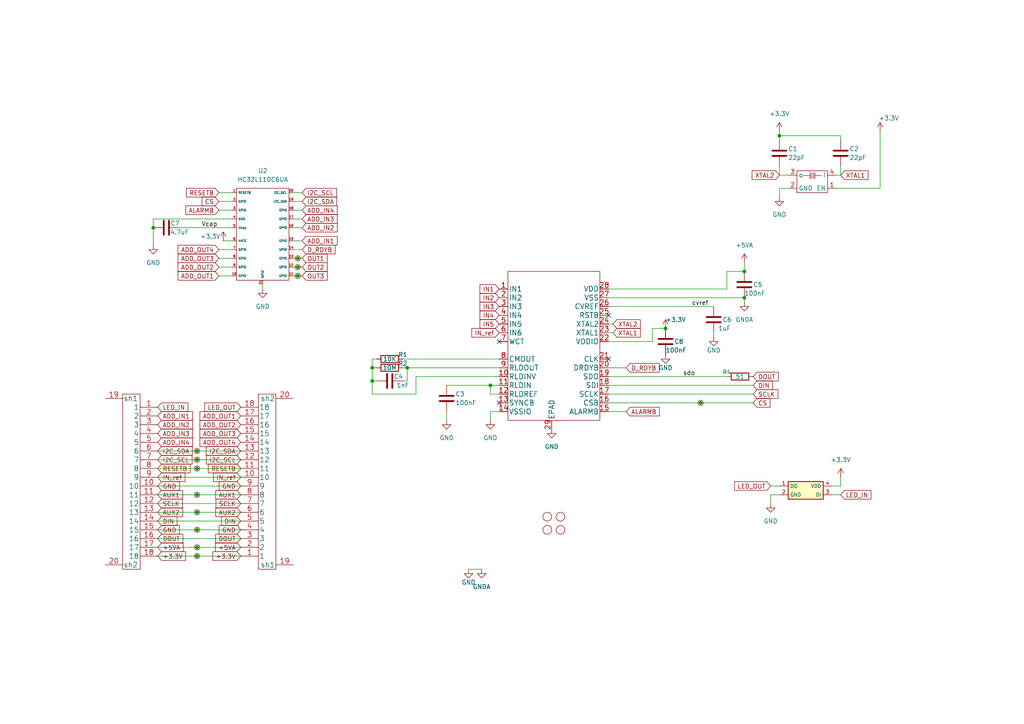
<source format=kicad_sch>
(kicad_sch (version 20211123) (generator eeschema)
  (paper "A4")
  (lib_symbols
    (symbol "Device:C" (pin_numbers hide) (pin_names (offset 0.254))
      (property "Reference" "C" (at 0.635 2.54 0))
      (property "Value" "C" (at 0.635 -2.54 0))
      (symbol "C_0_1"
        (polyline (pts (xy -2.032 -0.762) (xy 2.032 -0.762)) (stroke (width 0.508)))
        (polyline (pts (xy -2.032 0.762) (xy 2.032 0.762)) (stroke (width 0.508)))
      )
      (symbol "C_1_1"
        (pin passive line (at 0 3.81 270) (length 2.794) (name "~") (number "1"))
        (pin passive line (at 0 -3.81 90) (length 2.794) (name "~") (number "2"))
      )
    )
    (symbol "Device:R" (pin_numbers hide) (pin_names (offset 0))
      (property "Reference" "R" (at 2.032 0 90))
      (property "Value" "R" (at 0 0 90))
      (symbol "R_0_1"
        (rectangle (start -1.016 -2.54) (end 1.016 2.54) (stroke (width 0.254)))
      )
      (symbol "R_1_1"
        (pin passive line (at 0 3.81 270) (length 1.27) (name "~") (number "1"))
        (pin passive line (at 0 -3.81 90) (length 1.27) (name "~") (number "2"))
      )
    )
    (symbol "TestPoint_5" (pin_numbers hide) (pin_names (offset 0.762) hide)
      (property "Reference" "TP" (at 0 6.858 0))
      (property "Value" "TestPoint_5" (at 0 5.08 0))
      (symbol "TestPoint_5_0_1"
        (circle (center 0 0) (radius 0.762))
      )
      (symbol "TestPoint_5_1_1"
        (pin passive line (at 0 0 90) (length 0) (name "1") (number "1"))
      )
    )
    (symbol "TestPoint_7" (pin_numbers hide) (pin_names (offset 0.762) hide)
      (property "Reference" "TP" (at 0 6.858 0))
      (property "Value" "TestPoint_7" (at 0 5.08 0))
      (symbol "TestPoint_7_0_1"
        (circle (center 0 0) (radius 0.762))
      )
      (symbol "TestPoint_7_1_1"
        (pin passive line (at 0 0 90) (length 0) (name "1") (number "1"))
      )
    )
    (symbol "XF2J-1824-12A:XF2J-1824-12A" (pin_names (offset 0.254))
      (property "Reference" "J" (at 11.43 -24.13 0))
      (property "Value" "XF2J-1824-12A" (at 20.32 -26.67 0))
      (symbol "XF2J-1824-12A_0_1"
        (rectangle (start 5.08 3.81) (end 10.16 -46.99))
      )
      (symbol "XF2J-1824-12A_1_1"
        (pin unspecified line (at 0 0 0) (length 5.08) (name "1") (number "1"))
        (pin unspecified line (at 0 -22.86 0) (length 5.08) (name "10") (number "10"))
        (pin unspecified line (at 0 -25.4 0) (length 5.08) (name "11") (number "11"))
        (pin unspecified line (at 0 -27.94 0) (length 5.08) (name "12") (number "12"))
        (pin unspecified line (at 0 -30.48 0) (length 5.08) (name "13") (number "13"))
        (pin unspecified line (at 0 -33.02 0) (length 5.08) (name "14") (number "14"))
        (pin unspecified line (at 0 -35.56 0) (length 5.08) (name "15") (number "15"))
        (pin unspecified line (at 0 -38.1 0) (length 5.08) (name "16") (number "16"))
        (pin unspecified line (at 0 -40.64 0) (length 5.08) (name "17") (number "17"))
        (pin unspecified line (at 0 -43.18 0) (length 5.08) (name "18") (number "18"))
        (pin unspecified line (at 15.24 2.54 180) (length 5.08) (name "sh1") (number "19"))
        (pin unspecified line (at 0 -2.54 0) (length 5.08) (name "2") (number "2"))
        (pin unspecified line (at 15.24 -45.72 180) (length 5.08) (name "sh2") (number "20"))
        (pin unspecified line (at 0 -5.08 0) (length 5.08) (name "3") (number "3"))
        (pin unspecified line (at 0 -7.62 0) (length 5.08) (name "4") (number "4"))
        (pin unspecified line (at 0 -10.16 0) (length 5.08) (name "5") (number "5"))
        (pin unspecified line (at 0 -12.7 0) (length 5.08) (name "6") (number "6"))
        (pin unspecified line (at 0 -15.24 0) (length 5.08) (name "7") (number "7"))
        (pin unspecified line (at 0 -17.78 0) (length 5.08) (name "8") (number "8"))
        (pin unspecified line (at 0 -20.32 0) (length 5.08) (name "9") (number "9"))
      )
    )
    (symbol "XHSC:HC32L110C6UA"
      (property "Reference" "U" (at 0 3.81 0))
      (property "Value" "HC32L110C6UA" (at 0 1.27 0))
      (symbol "HC32L110C6UA_0_1"
        (rectangle (start 0 0) (end 15.24 -26.67))
      )
      (symbol "HC32L110C6UA_1_1"
        (pin input line (at -1.27 -1.27 0) (length 1.27) (name "P00") (number "1") (alternate "GPIO" input line) (alternate "RESETB" input line))
        (pin input line (at -1.27 -25.4 0) (length 1.27) (name "P23") (number "10") (alternate "GPIO" input line))
        (pin input line (at 16.51 -25.4 180) (length 1.27) (name "P24") (number "11") (alternate "GPIO" input line))
        (pin input line (at 16.51 -22.86 180) (length 1.27) (name "P25") (number "12") (alternate "GPIO" input line) (alternate "I2C_SDA" input line))
        (pin input line (at 16.51 -20.32 180) (length 1.27) (name "P26") (number "13") (alternate "GPIO" input line) (alternate "I2C_SCL" input line))
        (pin input line (at 16.51 -17.78 180) (length 1.27) (name "P27") (number "14") (alternate "GPIO" input line))
        (pin input line (at 16.51 -15.24 180) (length 1.27) (name "P31") (number "15") (alternate "GPIO" input line))
        (pin input line (at 16.51 -11.43 180) (length 1.27) (name "P32") (number "16") (alternate "GPIO" input line))
        (pin input line (at 16.51 -8.89 180) (length 1.27) (name "P33") (number "17") (alternate "GPIO" input line))
        (pin input line (at 16.51 -6.35 180) (length 1.27) (name "P34") (number "18") (alternate "GPIO" input line))
        (pin input line (at 16.51 -3.81 180) (length 1.27) (name "P35") (number "19") (alternate "GPIO" input line) (alternate "I2C_SDA" input line))
        (pin input line (at -1.27 -3.81 0) (length 1.27) (name "P01") (number "2") (alternate "GPIO" input line) (alternate "I2C_SDA" input line))
        (pin input line (at 16.51 -1.27 180) (length 1.27) (name "P36") (number "20") (alternate "GPIO" input line) (alternate "I2C_SCL" input line))
        (pin input line (at 7.62 -27.94 90) (length 1.27) (name "EPAD") (number "21") (alternate "GPIO" input line) (alternate "RESETB" input line))
        (pin input line (at -1.27 -6.35 0) (length 1.27) (name "P02") (number "3") (alternate "GPIO" input line) (alternate "I2C_SCL" input line))
        (pin power_in line (at -1.27 -8.89 0) (length 1.27) (name "AVSS") (number "4") (alternate "GND" power_in line))
        (pin input line (at -1.27 -11.43 0) (length 1.27) (name "Vcap") (number "5"))
        (pin power_in line (at -1.27 -15.24 0) (length 1.27) (name "AVCC") (number "6"))
        (pin input line (at -1.27 -17.78 0) (length 1.27) (name "P03") (number "7") (alternate "GPIO" input line))
        (pin input line (at -1.27 -20.32 0) (length 1.27) (name "P15") (number "8") (alternate "GPIO" input line) (alternate "I2C_SDA" input line))
        (pin input line (at -1.27 -22.86 0) (length 1.27) (name "P14") (number "9") (alternate "GPIO" input line) (alternate "I2C_SCL" input line))
      )
    )
    (symbol "ads1293:ADS1293CISQE-NOPB" (pin_names (offset 0.254))
      (property "Reference" "U" (at 5.08 1.27 0))
      (property "Value" "ADS1293CISQE-NOPB" (at 16.51 -1.27 0))
      (symbol "ADS1293CISQE-NOPB_0_1"
        (rectangle (start 2.54 0) (end 29.21 -43.18))
      )
      (symbol "ADS1293CISQE-NOPB_1_1"
        (pin input line (at 0 -5.08 0) (length 2.54) (name "IN1") (number "1"))
        (pin input line (at 0 -30.48 0) (length 2.54) (name "RLDINV") (number "10"))
        (pin bidirectional line (at 0 -33.02 0) (length 2.54) (name "RLDIN") (number "11"))
        (pin output line (at 0 -35.56 0) (length 2.54) (name "RLDREF") (number "12"))
        (pin bidirectional line (at 0 -38.1 0) (length 2.54) (name "SYNCB") (number "13"))
        (pin power_in line (at 0 -40.64 0) (length 2.54) (name "VSSIO") (number "14"))
        (pin output line (at 31.75 -40.64 180) (length 2.54) (name "ALARMB") (number "15"))
        (pin input line (at 31.75 -38.1 180) (length 2.54) (name "CSB") (number "16"))
        (pin input line (at 31.75 -35.56 180) (length 2.54) (name "SCLK") (number "17"))
        (pin input line (at 31.75 -33.02 180) (length 2.54) (name "SDI") (number "18"))
        (pin output line (at 31.75 -30.48 180) (length 2.54) (name "SDO") (number "19"))
        (pin input line (at 0 -7.62 0) (length 2.54) (name "IN2") (number "2"))
        (pin output line (at 31.75 -27.94 180) (length 2.54) (name "DRDYB") (number "20"))
        (pin bidirectional line (at 31.75 -25.4 180) (length 2.54) (name "CLK") (number "21"))
        (pin power_in line (at 31.75 -20.32 180) (length 2.54) (name "VDDIO") (number "22"))
        (pin input line (at 31.75 -17.78 180) (length 2.54) (name "XTAL1") (number "23"))
        (pin input line (at 31.75 -15.24 180) (length 2.54) (name "XTAL2") (number "24"))
        (pin input line (at 31.75 -12.7 180) (length 2.54) (name "RSTB") (number "25"))
        (pin bidirectional line (at 31.75 -10.16 180) (length 2.54) (name "CVREF") (number "26"))
        (pin power_in line (at 31.75 -7.62 180) (length 2.54) (name "VSS") (number "27"))
        (pin power_in line (at 31.75 -5.08 180) (length 2.54) (name "VDD") (number "28"))
        (pin unspecified line (at 15.24 -45.72 90) (length 2.54) (name "EPAD") (number "29"))
        (pin input line (at 0 -10.16 0) (length 2.54) (name "IN3") (number "3"))
        (pin input line (at 0 -12.7 0) (length 2.54) (name "IN4") (number "4"))
        (pin input line (at 0 -15.24 0) (length 2.54) (name "IN5") (number "5"))
        (pin input line (at 0 -17.78 0) (length 2.54) (name "IN6") (number "6"))
        (pin output line (at 0 -20.32 0) (length 2.54) (name "WCT") (number "7"))
        (pin output line (at 0 -25.4 0) (length 2.54) (name "CMOUT") (number "8"))
        (pin output line (at 0 -27.94 0) (length 2.54) (name "RLDOUT") (number "9"))
      )
    )
    (symbol "custom:TestPoint" (pin_numbers hide) (pin_names (offset 0.762) hide)
      (property "Reference" "TP" (at 0 6.858 0))
      (property "Value" "TestPoint" (at 0 5.08 0))
      (symbol "TestPoint_0_1"
        (circle (center 0 0) (radius 0.762))
      )
      (symbol "TestPoint_1_1"
        (pin passive line (at 0 0 90) (length 0) (name "1") (number "1"))
      )
    )
    (symbol "custom:WS2812-2020"
      (property "Reference" "U" (at 2.54 2.54 0))
      (property "Value" "WS2812-2020" (at 7.62 -5.08 0))
      (symbol "WS2812-2020_0_0"
        (rectangle (start 2.54 1.27) (end 12.7 -3.81) (stroke (width 0.254)) (fill (type background)))
      )
      (symbol "WS2812-2020_1_1"
        (pin input line (at 0 0 0) (length 2.54) (name "DO") (number "1"))
        (pin power_in line (at 0 -2.54 0) (length 2.54) (name "GND") (number "2"))
        (pin output line (at 15.24 -2.54 180) (length 2.54) (name "DI") (number "3"))
        (pin power_in line (at 15.24 0 180) (length 2.54) (name "VDD") (number "4"))
      )
    )
    (symbol "custom:XTAL"
      (property "Reference" "XTAL" (at 3.81 2.54 0))
      (symbol "XTAL_0_1"
        (polyline (pts (xy 4.318 -3.683) (xy 6.223 -3.683)))
        (polyline (pts (xy 6.223 -2.667) (xy 6.223 -4.699)))
        (polyline (pts (xy 7.62 -3.683) (xy 9.525 -3.683)))
        (polyline (pts (xy 7.62 -2.667) (xy 7.62 -4.699)))
        (polyline (pts (xy 6.604 -4.318) (xy 6.604 -3.048) (xy 7.239 -3.048) (xy 7.239 -4.318) (xy 6.604 -4.318)))
        (rectangle (start 2.54 1.27) (end 11.43 -5.08))
      )
      (symbol "XTAL_1_1"
        (pin input line (at 0 0 0) (length 2.54) (name "EN") (number "1"))
        (pin power_in line (at 13.97 0 180) (length 2.54) (name "GND") (number "2"))
        (pin output line (at 13.97 -3.81 180) (length 2.54) (name "o") (number "3"))
        (pin power_in line (at 0 -3.81 0) (length 2.54) (name "i") (number "4"))
      )
    )
    (symbol "custom:smd_insert" (pin_numbers hide) (pin_names (offset 0) hide)
      (symbol "smd_insert_0_1"
        (circle (center 0 0) (radius 1.27))
      )
      (symbol "smd_insert_1_1"
        (pin power_in line (at 0 0 180) (length 0) (name "conn") (number "1"))
      )
    )
    (symbol "power:+3.3V" (power) (pin_names (offset 0))
      (property "Value" "+3.3V" (at 0 3.556 0))
      (symbol "+3.3V_0_1"
        (polyline (pts (xy -0.762 1.27) (xy 0 2.54)))
        (polyline (pts (xy 0 0) (xy 0 2.54)))
        (polyline (pts (xy 0 2.54) (xy 0.762 1.27)))
      )
      (symbol "+3.3V_1_1"
        (pin power_in line (at 0 0 90) (length 0) hide (name "+3.3V") (number "1"))
      )
    )
    (symbol "power:+5VA" (power) (pin_names (offset 0))
      (property "Value" "+5VA" (at 0 3.556 0))
      (symbol "+5VA_0_1"
        (polyline (pts (xy -0.762 1.27) (xy 0 2.54)))
        (polyline (pts (xy 0 0) (xy 0 2.54)))
        (polyline (pts (xy 0 2.54) (xy 0.762 1.27)))
      )
      (symbol "+5VA_1_1"
        (pin power_in line (at 0 0 90) (length 0) hide (name "+5VA") (number "1"))
      )
    )
    (symbol "power:GND" (power) (pin_names (offset 0))
      (property "Value" "GND" (at 0 -3.81 0))
      (symbol "GND_0_1"
        (polyline (pts (xy 0 0) (xy 0 -1.27) (xy 1.27 -1.27) (xy 0 -2.54) (xy -1.27 -1.27) (xy 0 -1.27)))
      )
      (symbol "GND_1_1"
        (pin power_in line (at 0 0 270) (length 0) hide (name "GND") (number "1"))
      )
    )
    (symbol "power:GNDA" (power) (pin_names (offset 0))
      (property "Value" "GNDA" (at 0 -3.81 0))
      (symbol "GNDA_0_1"
        (polyline (pts (xy 0 0) (xy 0 -1.27) (xy 1.27 -1.27) (xy 0 -2.54) (xy -1.27 -1.27) (xy 0 -1.27)))
      )
      (symbol "GNDA_1_1"
        (pin power_in line (at 0 0 270) (length 0) hide (name "GNDA") (number "1"))
      )
    )
  )
  (junction (at 57.15 148.59))
  (junction (at 57.15 161.29))
  (junction (at 57.15 130.81))
  (junction (at 193.04 95.25))
  (junction (at 57.15 153.67))
  (junction (at 107.95 106.68))
  (junction (at 86.36 74.93))
  (junction (at 107.95 110.49))
  (junction (at 226.06 39.37))
  (junction (at 142.24 111.76))
  (junction (at 57.15 143.51))
  (junction (at 118.11 106.68))
  (junction (at 57.15 158.75))
  (junction (at 215.9 78.74))
  (junction (at 203.2 116.84))
  (junction (at 86.36 77.47))
  (junction (at 86.36 80.01))
  (junction (at 215.9 86.36))
  (junction (at 44.45 66.04))
  (junction (at 57.15 133.35))
  (junction (at 57.15 135.89))
  (no_connect (at 176.53 91.44))
  (no_connect (at 176.53 104.14))
  (no_connect (at 144.78 116.84))
  (no_connect (at 144.78 99.06))
  (wire (pts (xy 176.53 114.3) (xy 218.44 114.3)))
  (wire (pts (xy 116.84 110.49) (xy 118.11 110.49)))
  (wire (pts (xy 176.53 106.68) (xy 181.61 106.68)))
  (wire (pts (xy 241.3 140.97) (xy 243.84 140.97)))
  (wire (pts (xy 67.31 63.5) (xy 44.45 63.5)))
  (wire (pts (xy 207.01 96.52) (xy 207.01 97.79)))
  (wire (pts (xy 176.53 88.9) (xy 207.01 88.9)))
  (wire (pts (xy 243.84 143.51) (xy 241.3 143.51)))
  (wire (pts (xy 226.06 39.37) (xy 226.06 40.64)))
  (wire (pts (xy 226.06 50.8) (xy 228.6 50.8)))
  (wire (pts (xy 142.24 111.76) (xy 144.78 111.76)))
  (wire (pts (xy 116.84 106.68) (xy 118.11 106.68)))
  (wire (pts (xy 226.06 48.26) (xy 226.06 50.8)))
  (wire (pts (xy 109.22 104.14) (xy 107.95 104.14)))
  (wire (pts (xy 109.22 106.68) (xy 107.95 106.68)))
  (wire (pts (xy 45.72 158.75) (xy 57.15 158.75)))
  (wire (pts (xy 107.95 110.49) (xy 109.22 110.49)))
  (wire (pts (xy 86.36 80.01) (xy 85.09 80.01)))
  (wire (pts (xy 120.65 109.22) (xy 144.78 109.22)))
  (wire (pts (xy 176.53 99.06) (xy 189.23 99.06)))
  (wire (pts (xy 226.06 39.37) (xy 243.84 39.37)))
  (wire (pts (xy 116.84 104.14) (xy 144.78 104.14)))
  (wire (pts (xy 64.77 69.85) (xy 67.31 69.85)))
  (wire (pts (xy 87.63 58.42) (xy 85.09 58.42)))
  (wire (pts (xy 120.65 109.22) (xy 120.65 114.3)))
  (wire (pts (xy 203.2 116.84) (xy 218.44 116.84)))
  (wire (pts (xy 45.72 148.59) (xy 57.15 148.59)))
  (wire (pts (xy 45.72 135.89) (xy 57.15 135.89)))
  (wire (pts (xy 118.11 106.68) (xy 144.78 106.68)))
  (wire (pts (xy 142.24 119.38) (xy 142.24 121.92)))
  (wire (pts (xy 63.5 77.47) (xy 67.31 77.47)))
  (wire (pts (xy 144.78 119.38) (xy 142.24 119.38)))
  (wire (pts (xy 57.15 130.81) (xy 69.85 130.81)))
  (wire (pts (xy 45.72 138.43) (xy 69.85 138.43)))
  (wire (pts (xy 52.07 66.04) (xy 67.31 66.04)))
  (wire (pts (xy 45.72 151.13) (xy 69.85 151.13)))
  (wire (pts (xy 87.63 66.04) (xy 85.09 66.04)))
  (wire (pts (xy 242.57 50.8) (xy 243.84 50.8)))
  (wire (pts (xy 63.5 60.96) (xy 67.31 60.96)))
  (wire (pts (xy 228.6 54.61) (xy 226.06 54.61)))
  (wire (pts (xy 255.27 54.61) (xy 255.27 38.1)))
  (wire (pts (xy 87.63 80.01) (xy 86.36 80.01)))
  (wire (pts (xy 63.5 55.88) (xy 67.31 55.88)))
  (wire (pts (xy 45.72 130.81) (xy 57.15 130.81)))
  (wire (pts (xy 142.24 114.3) (xy 142.24 111.76)))
  (wire (pts (xy 87.63 60.96) (xy 85.09 60.96)))
  (wire (pts (xy 57.15 158.75) (xy 69.85 158.75)))
  (wire (pts (xy 135.89 165.1) (xy 139.7 165.1)))
  (wire (pts (xy 176.53 83.82) (xy 210.82 83.82)))
  (wire (pts (xy 44.45 63.5) (xy 44.45 66.04)))
  (wire (pts (xy 107.95 106.68) (xy 107.95 110.49)))
  (wire (pts (xy 223.52 143.51) (xy 223.52 146.05)))
  (wire (pts (xy 87.63 63.5) (xy 85.09 63.5)))
  (wire (pts (xy 243.84 40.64) (xy 243.84 39.37)))
  (wire (pts (xy 189.23 99.06) (xy 189.23 95.25)))
  (wire (pts (xy 57.15 133.35) (xy 69.85 133.35)))
  (wire (pts (xy 57.15 148.59) (xy 69.85 148.59)))
  (wire (pts (xy 243.84 50.8) (xy 243.84 48.26)))
  (wire (pts (xy 176.53 111.76) (xy 218.44 111.76)))
  (wire (pts (xy 45.72 156.21) (xy 69.85 156.21)))
  (wire (pts (xy 86.36 74.93) (xy 85.09 74.93)))
  (wire (pts (xy 144.78 114.3) (xy 142.24 114.3)))
  (wire (pts (xy 76.2 83.82) (xy 76.2 82.55)))
  (wire (pts (xy 86.36 77.47) (xy 85.09 77.47)))
  (wire (pts (xy 63.5 74.93) (xy 67.31 74.93)))
  (wire (pts (xy 226.06 143.51) (xy 223.52 143.51)))
  (wire (pts (xy 176.53 96.52) (xy 177.8 96.52)))
  (wire (pts (xy 129.54 111.76) (xy 142.24 111.76)))
  (wire (pts (xy 107.95 104.14) (xy 107.95 106.68)))
  (wire (pts (xy 45.72 153.67) (xy 57.15 153.67)))
  (wire (pts (xy 87.63 55.88) (xy 85.09 55.88)))
  (wire (pts (xy 87.63 74.93) (xy 86.36 74.93)))
  (wire (pts (xy 45.72 133.35) (xy 57.15 133.35)))
  (wire (pts (xy 176.53 109.22) (xy 210.82 109.22)))
  (wire (pts (xy 215.9 78.74) (xy 215.9 76.2)))
  (wire (pts (xy 63.5 72.39) (xy 67.31 72.39)))
  (wire (pts (xy 176.53 119.38) (xy 181.61 119.38)))
  (wire (pts (xy 45.72 146.05) (xy 69.85 146.05)))
  (wire (pts (xy 63.5 80.01) (xy 67.31 80.01)))
  (wire (pts (xy 189.23 95.25) (xy 193.04 95.25)))
  (wire (pts (xy 215.9 86.36) (xy 215.9 87.63)))
  (wire (pts (xy 57.15 135.89) (xy 69.85 135.89)))
  (wire (pts (xy 57.15 153.67) (xy 69.85 153.67)))
  (wire (pts (xy 226.06 54.61) (xy 226.06 57.15)))
  (wire (pts (xy 107.95 114.3) (xy 107.95 110.49)))
  (wire (pts (xy 176.53 116.84) (xy 203.2 116.84)))
  (wire (pts (xy 118.11 106.68) (xy 118.11 110.49)))
  (wire (pts (xy 226.06 38.1) (xy 226.06 39.37)))
  (wire (pts (xy 57.15 161.29) (xy 69.85 161.29)))
  (wire (pts (xy 176.53 86.36) (xy 215.9 86.36)))
  (wire (pts (xy 44.45 66.04) (xy 44.45 71.12)))
  (wire (pts (xy 120.65 114.3) (xy 107.95 114.3)))
  (wire (pts (xy 215.9 78.74) (xy 210.82 78.74)))
  (wire (pts (xy 129.54 119.38) (xy 129.54 121.92)))
  (wire (pts (xy 63.5 58.42) (xy 67.31 58.42)))
  (wire (pts (xy 87.63 77.47) (xy 86.36 77.47)))
  (wire (pts (xy 242.57 54.61) (xy 255.27 54.61)))
  (wire (pts (xy 87.63 69.85) (xy 85.09 69.85)))
  (wire (pts (xy 45.72 143.51) (xy 57.15 143.51)))
  (wire (pts (xy 243.84 140.97) (xy 243.84 138.43)))
  (wire (pts (xy 87.63 72.39) (xy 85.09 72.39)))
  (wire (pts (xy 45.72 140.97) (xy 69.85 140.97)))
  (wire (pts (xy 45.72 161.29) (xy 57.15 161.29)))
  (wire (pts (xy 57.15 143.51) (xy 69.85 143.51)))
  (wire (pts (xy 210.82 83.82) (xy 210.82 78.74)))
  (wire (pts (xy 176.53 93.98) (xy 177.8 93.98)))
  (wire (pts (xy 223.52 140.97) (xy 226.06 140.97)))
  (label "cvref" (at 200.66 88.9 0))
  (label "sdo" (at 198.12 109.22 0))
  (label "Vcap" (at 58.42 66.04 0))
  (global_label "RESETB" (shape input) (at 63.5 55.88 180) (property "Intersheet References" "${INTERSHEET_REFS}" (effects hide)))
  (global_label "D_RDYB" (shape input) (at 87.63 72.39 0) (property "Intersheet References" "${INTERSHEET_REFS}" (effects hide)))
  (global_label "ALARMB" (shape input) (at 63.5 60.96 180) (property "Intersheet References" "${INTERSHEET_REFS}" (effects hide)))
  (global_label "AUX1" (shape input) (at 45.72 143.51 0) (property "Intersheet References" "${INTERSHEET_REFS}" (effects hide)))
  (global_label "IN2" (shape input) (at 144.78 86.36 180) (property "Intersheet References" "${INTERSHEET_REFS}" (effects hide)))
  (global_label "DOUT" (shape input) (at 45.72 156.21 0) (property "Intersheet References" "${INTERSHEET_REFS}" (effects hide)))
  (global_label "I2C_SCL" (shape input) (at 87.63 55.88 0) (property "Intersheet References" "${INTERSHEET_REFS}" (effects hide)))
  (global_label "IN_ref" (shape input) (at 144.78 96.52 180) (property "Intersheet References" "${INTERSHEET_REFS}" (effects hide)))
  (global_label "D_RDYB" (shape input) (at 181.61 106.68 0) (property "Intersheet References" "${INTERSHEET_REFS}" (effects hide)))
  (global_label "RESETB" (shape input) (at 69.85 135.89 180) (property "Intersheet References" "${INTERSHEET_REFS}" (effects hide)))
  (global_label "OUT1" (shape input) (at 87.63 74.93 0) (property "Intersheet References" "${INTERSHEET_REFS}" (effects hide)))
  (global_label "LED_OUT" (shape input) (at 223.52 140.97 180) (property "Intersheet References" "${INTERSHEET_REFS}" (effects hide)))
  (global_label "XTAL1" (shape input) (at 243.84 50.8 0) (property "Intersheet References" "${INTERSHEET_REFS}" (effects hide)))
  (global_label "DIN" (shape input) (at 45.72 151.13 0) (property "Intersheet References" "${INTERSHEET_REFS}" (effects hide)))
  (global_label "ALARMB" (shape input) (at 181.61 119.38 0) (property "Intersheet References" "${INTERSHEET_REFS}" (effects hide)))
  (global_label "IN_ref" (shape input) (at 69.85 138.43 180) (property "Intersheet References" "${INTERSHEET_REFS}" (effects hide)))
  (global_label "LED_IN" (shape input) (at 45.72 118.11 0) (property "Intersheet References" "${INTERSHEET_REFS}" (effects hide)))
  (global_label "I2C_SDA" (shape input) (at 45.72 130.81 0) (property "Intersheet References" "${INTERSHEET_REFS}" (effects hide)))
  (global_label "I2C_SDA" (shape input) (at 87.63 58.42 0) (property "Intersheet References" "${INTERSHEET_REFS}" (effects hide)))
  (global_label "ADD_IN1" (shape input) (at 45.72 120.65 0) (property "Intersheet References" "${INTERSHEET_REFS}" (effects hide)))
  (global_label "AUX1" (shape input) (at 69.85 143.51 180) (property "Intersheet References" "${INTERSHEET_REFS}" (effects hide)))
  (global_label "XTAL2" (shape input) (at 226.06 50.8 180) (property "Intersheet References" "${INTERSHEET_REFS}" (effects hide)))
  (global_label "CS" (shape input) (at 218.44 116.84 0) (property "Intersheet References" "${INTERSHEET_REFS}" (effects hide)))
  (global_label "ADD_OUT1" (shape input) (at 63.5 80.01 180) (property "Intersheet References" "${INTERSHEET_REFS}" (effects hide)))
  (global_label "LED_IN" (shape input) (at 243.84 143.51 0) (property "Intersheet References" "${INTERSHEET_REFS}" (effects hide)))
  (global_label "GND" (shape input) (at 45.72 153.67 0) (property "Intersheet References" "${INTERSHEET_REFS}" (effects hide)))
  (global_label "ADD_OUT2" (shape input) (at 63.5 77.47 180) (property "Intersheet References" "${INTERSHEET_REFS}" (effects hide)))
  (global_label "OUT2" (shape input) (at 87.63 77.47 0) (property "Intersheet References" "${INTERSHEET_REFS}" (effects hide)))
  (global_label "+3.3V" (shape input) (at 69.85 161.29 180) (property "Intersheet References" "${INTERSHEET_REFS}" (effects hide)))
  (global_label "IN1" (shape input) (at 144.78 83.82 180) (property "Intersheet References" "${INTERSHEET_REFS}" (effects hide)))
  (global_label "AUX2" (shape input) (at 69.85 148.59 180) (property "Intersheet References" "${INTERSHEET_REFS}" (effects hide)))
  (global_label "AUX2" (shape input) (at 45.72 148.59 0) (property "Intersheet References" "${INTERSHEET_REFS}" (effects hide)))
  (global_label "I2C_SCL" (shape input) (at 69.85 133.35 180) (property "Intersheet References" "${INTERSHEET_REFS}" (effects hide)))
  (global_label "ADD_OUT4" (shape input) (at 63.5 72.39 180) (property "Intersheet References" "${INTERSHEET_REFS}" (effects hide)))
  (global_label "XTAL1" (shape input) (at 177.8 96.52 0) (property "Intersheet References" "${INTERSHEET_REFS}" (effects hide)))
  (global_label "OUT3" (shape input) (at 87.63 80.01 0) (property "Intersheet References" "${INTERSHEET_REFS}" (effects hide)))
  (global_label "ADD_IN2" (shape input) (at 87.63 66.04 0) (property "Intersheet References" "${INTERSHEET_REFS}" (effects hide)))
  (global_label "RESETB" (shape input) (at 45.72 135.89 0) (property "Intersheet References" "${INTERSHEET_REFS}" (effects hide)))
  (global_label "IN4" (shape input) (at 144.78 91.44 180) (property "Intersheet References" "${INTERSHEET_REFS}" (effects hide)))
  (global_label "IN5" (shape input) (at 144.78 93.98 180) (property "Intersheet References" "${INTERSHEET_REFS}" (effects hide)))
  (global_label "DIN" (shape input) (at 218.44 111.76 0) (property "Intersheet References" "${INTERSHEET_REFS}" (effects hide)))
  (global_label "DOUT" (shape input) (at 69.85 156.21 180) (property "Intersheet References" "${INTERSHEET_REFS}" (effects hide)))
  (global_label "LED_OUT" (shape input) (at 69.85 118.11 180) (property "Intersheet References" "${INTERSHEET_REFS}" (effects hide)))
  (global_label "SCLK" (shape input) (at 45.72 146.05 0) (property "Intersheet References" "${INTERSHEET_REFS}" (effects hide)))
  (global_label "+5VA" (shape input) (at 45.72 158.75 0) (property "Intersheet References" "${INTERSHEET_REFS}" (effects hide)))
  (global_label "ADD_IN3" (shape input) (at 45.72 125.73 0) (property "Intersheet References" "${INTERSHEET_REFS}" (effects hide)))
  (global_label "ADD_IN2" (shape input) (at 45.72 123.19 0) (property "Intersheet References" "${INTERSHEET_REFS}" (effects hide)))
  (global_label "CS" (shape input) (at 63.5 58.42 180) (property "Intersheet References" "${INTERSHEET_REFS}" (effects hide)))
  (global_label "GND" (shape input) (at 45.72 140.97 0) (property "Intersheet References" "${INTERSHEET_REFS}" (effects hide)))
  (global_label "ADD_OUT4" (shape input) (at 69.85 128.27 180) (property "Intersheet References" "${INTERSHEET_REFS}" (effects hide)))
  (global_label "DIN" (shape input) (at 69.85 151.13 180) (property "Intersheet References" "${INTERSHEET_REFS}" (effects hide)))
  (global_label "IN3" (shape input) (at 144.78 88.9 180) (property "Intersheet References" "${INTERSHEET_REFS}" (effects hide)))
  (global_label "IN_ref" (shape input) (at 45.72 138.43 0) (property "Intersheet References" "${INTERSHEET_REFS}" (effects hide)))
  (global_label "I2C_SCL" (shape input) (at 45.72 133.35 0) (property "Intersheet References" "${INTERSHEET_REFS}" (effects hide)))
  (global_label "ADD_IN4" (shape input) (at 45.72 128.27 0) (property "Intersheet References" "${INTERSHEET_REFS}" (effects hide)))
  (global_label "ADD_OUT1" (shape input) (at 69.85 120.65 180) (property "Intersheet References" "${INTERSHEET_REFS}" (effects hide)))
  (global_label "XTAL2" (shape input) (at 177.8 93.98 0) (property "Intersheet References" "${INTERSHEET_REFS}" (effects hide)))
  (global_label "GND" (shape input) (at 69.85 140.97 180) (property "Intersheet References" "${INTERSHEET_REFS}" (effects hide)))
  (global_label "SCLK" (shape input) (at 69.85 146.05 180) (property "Intersheet References" "${INTERSHEET_REFS}" (effects hide)))
  (global_label "+3.3V" (shape input) (at 45.72 161.29 0) (property "Intersheet References" "${INTERSHEET_REFS}" (effects hide)))
  (global_label "I2C_SDA" (shape input) (at 69.85 130.81 180) (property "Intersheet References" "${INTERSHEET_REFS}" (effects hide)))
  (global_label "ADD_IN4" (shape input) (at 87.63 60.96 0) (property "Intersheet References" "${INTERSHEET_REFS}" (effects hide)))
  (global_label "ADD_OUT3" (shape input) (at 63.5 74.93 180) (property "Intersheet References" "${INTERSHEET_REFS}" (effects hide)))
  (global_label "ADD_OUT3" (shape input) (at 69.85 125.73 180) (property "Intersheet References" "${INTERSHEET_REFS}" (effects hide)))
  (global_label "ADD_OUT2" (shape input) (at 69.85 123.19 180) (property "Intersheet References" "${INTERSHEET_REFS}" (effects hide)))
  (global_label "+5VA" (shape input) (at 69.85 158.75 180) (property "Intersheet References" "${INTERSHEET_REFS}" (effects hide)))
  (global_label "ADD_IN1" (shape input) (at 87.63 69.85 0) (property "Intersheet References" "${INTERSHEET_REFS}" (effects hide)))
  (global_label "ADD_IN3" (shape input) (at 87.63 63.5 0) (property "Intersheet References" "${INTERSHEET_REFS}" (effects hide)))
  (global_label "SCLK" (shape input) (at 218.44 114.3 0) (property "Intersheet References" "${INTERSHEET_REFS}" (effects hide)))
  (global_label "GND" (shape input) (at 69.85 153.67 180) (property "Intersheet References" "${INTERSHEET_REFS}" (effects hide)))
  (global_label "DOUT" (shape input) (at 218.44 109.22 0) (property "Intersheet References" "${INTERSHEET_REFS}" (effects hide)))
  (symbol (lib_id "Device:C") (at 243.84 44.45 0) (unit 1)
    (property "Reference" "C2" (at 246.38 43.18 0) (effects (justify left)))
    (property "Value" "22pF" (at 246.38 45.72 0) (effects (justify left)))
    (property "Footprint" "Capacitor_SMD:C_0201_0603Metric" (effects hide))
  )
  (symbol (lib_name "TestPoint_7") (lib_id "custom:TestPoint") (at 86.36 77.47 270) (unit 1)
    (property "Reference" "TP3" (effects hide))
    (property "Value" "TP_SDA" (effects hide))
    (property "Footprint" "00_Custom:TestPoint_Pad_D1.0mm" (effects hide))
  )
  (symbol (lib_id "ads1293:ADS1293CISQE-NOPB") (at 144.78 78.74 0) (unit 1)
    (property "Reference" "U1" (effects hide))
    (property "Value" "ADS1293CISQE-NOPB" (effects hide))
    (property "Footprint" "00_Custom:ADS1293CISQE" (effects hide))
  )
  (symbol (lib_id "custom:WS2812-2020") (at 226.06 140.97 0) (unit 1)
    (property "Reference" "LED1" (effects hide))
    (property "Value" "WS2812-2020" (effects hide))
    (property "Footprint" "00_Custom:WS2812-2020" (effects hide))
  )
  (symbol (lib_id "Device:R") (at 214.63 109.22 90) (unit 1)
    (property "Reference" "R4" (at 210.82 107.95 90))
    (property "Value" "51" (at 214.63 109.22 90))
    (property "Footprint" "Capacitor_SMD:C_0201_0603Metric" (effects hide))
  )
  (symbol (lib_id "Device:C") (at 129.54 115.57 0) (unit 1)
    (property "Reference" "C3" (at 132.08 114.3 0) (effects (justify left)))
    (property "Value" "100nF" (at 132.08 116.84 0) (effects (justify left)))
    (property "Footprint" "Capacitor_SMD:C_0201_0603Metric" (effects hide))
  )
  (symbol (lib_id "power:+3.3V") (at 255.27 38.1 0) (unit 1)
    (property "Reference" "#PWR0104" (effects hide))
    (property "Value" "+3.3V" (at 257.81 34.29 0))
  )
  (symbol (lib_id "custom:TestPoint") (at 57.15 135.89 270) (unit 1)
    (property "Reference" "TP7" (effects hide))
    (property "Value" "TP_AUX2" (effects hide))
    (property "Footprint" "00_Custom:TestPoint_Pad_D1.0mm" (effects hide))
  )
  (symbol (lib_id "custom:XTAL") (at 242.57 54.61 180) (unit 1)
    (property "Reference" "XTAL1" (effects hide))
    (property "Value" "4.096MHz" (effects hide))
    (property "Footprint" "00_Custom:SMD3225-4P" (effects hide))
  )
  (symbol (lib_id "power:GND") (at 207.01 97.79 0) (unit 1)
    (property "Reference" "#PWR0109" (effects hide))
    (property "Value" "GND" (at 207.01 101.6 0))
  )
  (symbol (lib_id "power:GNDA") (at 139.7 165.1 0) (unit 1)
    (property "Reference" "#PWR0115" (effects hide))
    (property "Value" "GNDA" (at 139.7 170.18 0))
  )
  (symbol (lib_name "TestPoint_7") (lib_id "custom:TestPoint") (at 57.15 153.67 270) (unit 1)
    (property "Reference" "TP10" (effects hide))
    (property "Value" "TP_SDA" (effects hide))
    (property "Footprint" "00_Custom:TestPoint_Pad_D1.0mm" (effects hide))
  )
  (symbol (lib_id "Device:C") (at 113.03 110.49 90) (unit 1)
    (property "Reference" "C4" (at 115.57 109.22 90))
    (property "Value" "1nF" (at 116.84 111.76 90))
    (property "Footprint" "Capacitor_SMD:C_0201_0603Metric" (effects hide))
  )
  (symbol (lib_id "XF2J-1824-12A:XF2J-1824-12A") (at 69.85 161.29 0) (mirror x) (unit 1)
    (property "Reference" "J2" (effects hide))
    (property "Value" "COM_OUT" (effects hide))
    (property "Footprint" "00_Custom:XF2J-1824-12A" (effects hide))
  )
  (symbol (lib_id "custom:TestPoint") (at 57.15 148.59 270) (unit 1)
    (property "Reference" "TP8" (effects hide))
    (property "Value" "TP_AUX3" (effects hide))
    (property "Footprint" "00_Custom:TestPoint_Pad_D1.0mm" (effects hide))
  )
  (symbol (lib_id "Device:R") (at 113.03 104.14 90) (unit 1)
    (property "Reference" "R1" (at 116.84 102.87 90))
    (property "Value" "10K" (at 113.03 104.14 90))
    (property "Footprint" "Capacitor_SMD:C_0201_0603Metric" (effects hide))
  )
  (symbol (lib_id "Device:C") (at 207.01 92.71 0) (unit 1)
    (property "Reference" "C6" (at 209.55 92.71 0) (effects (justify left)))
    (property "Value" "1uF" (at 208.28 95.25 0) (effects (justify left)))
    (property "Footprint" "Capacitor_SMD:C_0201_0603Metric" (effects hide))
  )
  (symbol (lib_id "XF2J-1824-12A:XF2J-1824-12A") (at 45.72 118.11 0) (mirror y) (unit 1)
    (property "Reference" "J1" (effects hide))
    (property "Value" "COM_IN" (effects hide))
    (property "Footprint" "00_Custom:XF2J-1824-12A" (effects hide))
  )
  (symbol (lib_id "power:GND") (at 44.45 71.12 0) (unit 1)
    (property "Reference" "#PWR0111" (effects hide))
    (property "Value" "GND" (at 44.45 76.2 0))
  )
  (symbol (lib_id "power:GND") (at 160.02 124.46 0) (unit 1)
    (property "Reference" "#PWR0113" (effects hide))
    (property "Value" "GND" (at 160.02 129.54 0))
  )
  (symbol (lib_id "power:+5VA") (at 215.9 76.2 0) (unit 1)
    (property "Reference" "#PWR0108" (effects hide))
    (property "Value" "+5VA" (at 215.9 71.12 0))
  )
  (symbol (lib_id "power:GND") (at 226.06 57.15 0) (unit 1)
    (property "Reference" "#PWR0101" (effects hide))
    (property "Value" "GND" (at 226.06 62.23 0))
  )
  (symbol (lib_id "custom:smd_insert") (at 158.75 153.67 0) (unit 1)
    (property "Reference" "I2" (effects hide))
    (property "Value" "smd_insert" (effects hide))
    (property "Footprint" "00_Custom:insert_1.2mm" (effects hide))
  )
  (symbol (lib_id "power:GND") (at 142.24 121.92 0) (unit 1)
    (property "Reference" "#PWR0107" (effects hide))
    (property "Value" "GND" (at 142.24 127 0))
  )
  (symbol (lib_id "power:+3.3V") (at 193.04 95.25 0) (unit 1)
    (property "Reference" "#PWR0112" (effects hide))
    (property "Value" "+3.3V" (at 193.04 92.71 0) (effects (justify left)))
  )
  (symbol (lib_id "Device:R") (at 113.03 106.68 90) (unit 1)
    (property "Reference" "R2" (at 116.84 105.41 90))
    (property "Value" "10M" (at 113.03 106.68 90))
    (property "Footprint" "Capacitor_SMD:C_0201_0603Metric" (effects hide))
  )
  (symbol (lib_id "power:GNDA") (at 215.9 87.63 0) (unit 1)
    (property "Reference" "#PWR0102" (effects hide))
    (property "Value" "GNDA" (at 215.9 92.71 0))
  )
  (symbol (lib_id "custom:smd_insert") (at 158.75 149.86 0) (unit 1)
    (property "Reference" "I1" (effects hide))
    (property "Value" "smd_insert" (effects hide))
    (property "Footprint" "00_Custom:insert_1.2mm" (effects hide))
  )
  (symbol (lib_id "custom:TestPoint") (at 57.15 158.75 270) (unit 1)
    (property "Reference" "TP11" (effects hide))
    (property "Value" "TP_AUX2" (effects hide))
    (property "Footprint" "00_Custom:TestPoint_Pad_D1.0mm" (effects hide))
  )
  (symbol (lib_id "power:GND") (at 193.04 102.87 0) (unit 1)
    (property "Reference" "#PWR01" (effects hide))
    (property "Value" "GND" (at 193.04 106.68 0))
  )
  (symbol (lib_id "power:GND") (at 135.89 165.1 0) (unit 1)
    (property "Reference" "#PWR0114" (effects hide))
    (property "Value" "GND" (at 135.89 168.91 0))
  )
  (symbol (lib_id "power:GND") (at 223.52 146.05 0) (unit 1)
    (property "Reference" "#PWR05" (effects hide))
    (property "Value" "GND" (at 223.52 151.13 0))
  )
  (symbol (lib_name "TestPoint_7") (lib_id "custom:TestPoint") (at 86.36 74.93 270) (unit 1)
    (property "Reference" "TP2" (effects hide))
    (property "Value" "TP_SDA" (effects hide))
    (property "Footprint" "00_Custom:TestPoint_Pad_D1.0mm" (effects hide))
  )
  (symbol (lib_id "power:GND") (at 76.2 83.82 0) (unit 1)
    (property "Reference" "#PWR0105" (effects hide))
    (property "Value" "GND" (at 76.2 88.9 0))
  )
  (symbol (lib_id "Device:C") (at 215.9 82.55 0) (unit 1)
    (property "Reference" "C5" (at 218.44 82.55 0) (effects (justify left)))
    (property "Value" "100nF" (at 215.9 85.09 0) (effects (justify left)))
    (property "Footprint" "Capacitor_SMD:C_0201_0603Metric" (effects hide))
  )
  (symbol (lib_id "power:+3.3V") (at 64.77 69.85 0) (unit 1)
    (property "Reference" "#PWR0110" (effects hide))
    (property "Value" "+3.3V" (at 60.96 68.58 0))
  )
  (symbol (lib_id "power:GND") (at 129.54 121.92 0) (unit 1)
    (property "Reference" "#PWR0106" (effects hide))
    (property "Value" "GND" (at 129.54 127 0))
  )
  (symbol (lib_id "custom:TestPoint") (at 57.15 143.51 270) (unit 1)
    (property "Reference" "TP6" (effects hide))
    (property "Value" "TP_AUX1" (effects hide))
    (property "Footprint" "00_Custom:TestPoint_Pad_D1.0mm" (effects hide))
  )
  (symbol (lib_id "custom:smd_insert") (at 162.56 149.86 0) (unit 1)
    (property "Reference" "I3" (effects hide))
    (property "Value" "smd_insert" (effects hide))
    (property "Footprint" "00_Custom:insert_1.2mm" (effects hide))
  )
  (symbol (lib_id "custom:TestPoint") (at 203.2 116.84 180) (unit 1)
    (property "Reference" "TP1" (effects hide))
    (property "Value" "TP_CS" (effects hide))
    (property "Footprint" "00_Custom:TestPoint_Pad_D1.0mm" (effects hide))
  )
  (symbol (lib_id "XHSC:HC32L110C6UA") (at 68.58 54.61 0) (unit 1)
    (property "Reference" "U2" (at 76.2 49.53 0))
    (property "Value" "HC32L110C6UA" (at 76.2 52.07 0))
    (property "Footprint" "00_Custom:QFN-20-1EP_3x3mm_P0.4mm_EP1.4x1.4mm" (effects hide))
    (property "Datasheet" "https://datasheet.lcsc.com/lcsc/2206131716_XHSC-HC32L110B6YA-CSP16TR_C840729.pdf" (effects hide))
    (pin "1" (alternate "RESETB"))
    (pin "10" (alternate "GPIO"))
    (pin "11" (alternate "GPIO"))
    (pin "12" (alternate "GPIO"))
    (pin "13" (alternate "GPIO"))
    (pin "14" (alternate "GPIO"))
    (pin "15" (alternate "GPIO"))
    (pin "16" (alternate "GPIO"))
    (pin "17" (alternate "GPIO"))
    (pin "18" (alternate "GPIO"))
    (pin "19" (alternate "I2C_SDA"))
    (pin "2" (alternate "GPIO"))
    (pin "20" (alternate "I2C_SCL"))
    (pin "21" (alternate "GPIO"))
    (pin "3" (alternate "GPIO"))
    (pin "4" (alternate "GND"))
    (pin "7" (alternate "GPIO"))
    (pin "8" (alternate "GPIO"))
    (pin "9" (alternate "GPIO"))
  )
  (symbol (lib_id "Device:C") (at 48.26 66.04 90) (unit 1)
    (property "Reference" "C7" (at 50.8 64.77 90))
    (property "Value" "4.7uF" (at 52.07 67.31 90))
    (property "Footprint" "Capacitor_SMD:C_0201_0603Metric" (effects hide))
  )
  (symbol (lib_id "Device:C") (at 226.06 44.45 0) (unit 1)
    (property "Reference" "C1" (at 228.6 43.18 0) (effects (justify left)))
    (property "Value" "22pF" (at 228.6 45.72 0) (effects (justify left)))
    (property "Footprint" "Capacitor_SMD:C_0201_0603Metric" (effects hide))
  )
  (symbol (lib_name "TestPoint_7") (lib_id "custom:TestPoint") (at 86.36 80.01 270) (unit 1)
    (property "Reference" "TP9" (effects hide))
    (property "Value" "TP_SDA" (effects hide))
    (property "Footprint" "00_Custom:TestPoint_Pad_D1.0mm" (effects hide))
  )
  (symbol (lib_id "power:+3.3V") (at 243.84 138.43 0) (unit 1)
    (property "Reference" "#PWR04" (effects hide))
    (property "Value" "+3.3V" (at 243.84 133.35 0))
  )
  (symbol (lib_id "power:+3.3V") (at 226.06 38.1 0) (unit 1)
    (property "Reference" "#PWR0103" (effects hide))
    (property "Value" "+3.3V" (at 226.06 33.02 0))
  )
  (symbol (lib_id "Device:C") (at 193.04 99.06 0) (unit 1)
    (property "Reference" "C8" (at 195.58 99.06 0) (effects (justify left)))
    (property "Value" "100nF" (at 193.04 101.6 0) (effects (justify left)))
    (property "Footprint" "Capacitor_SMD:C_0201_0603Metric" (effects hide))
  )
  (symbol (lib_id "custom:smd_insert") (at 162.56 153.67 0) (unit 1)
    (property "Reference" "I4" (effects hide))
    (property "Value" "smd_insert" (effects hide))
    (property "Footprint" "00_Custom:insert_1.2mm" (effects hide))
  )
  (symbol (lib_id "custom:TestPoint") (at 57.15 130.81 270) (unit 1)
    (property "Reference" "TP4" (effects hide))
    (property "Value" "TP_SDA" (effects hide))
    (property "Footprint" "00_Custom:TestPoint_Pad_D1.0mm" (effects hide))
  )
  (symbol (lib_id "custom:TestPoint") (at 57.15 161.29 270) (unit 1)
    (property "Reference" "TP12" (effects hide))
    (property "Value" "TP_AUX2" (effects hide))
    (property "Footprint" "00_Custom:TestPoint_Pad_D1.0mm" (effects hide))
  )
  (symbol (lib_name "TestPoint_5") (lib_id "custom:TestPoint") (at 57.15 133.35 270) (unit 1)
    (property "Reference" "TP5" (effects hide))
    (property "Value" "TP_SCL" (effects hide))
    (property "Footprint" "00_Custom:TestPoint_Pad_D1.0mm" (effects hide))
  )
)
</source>
